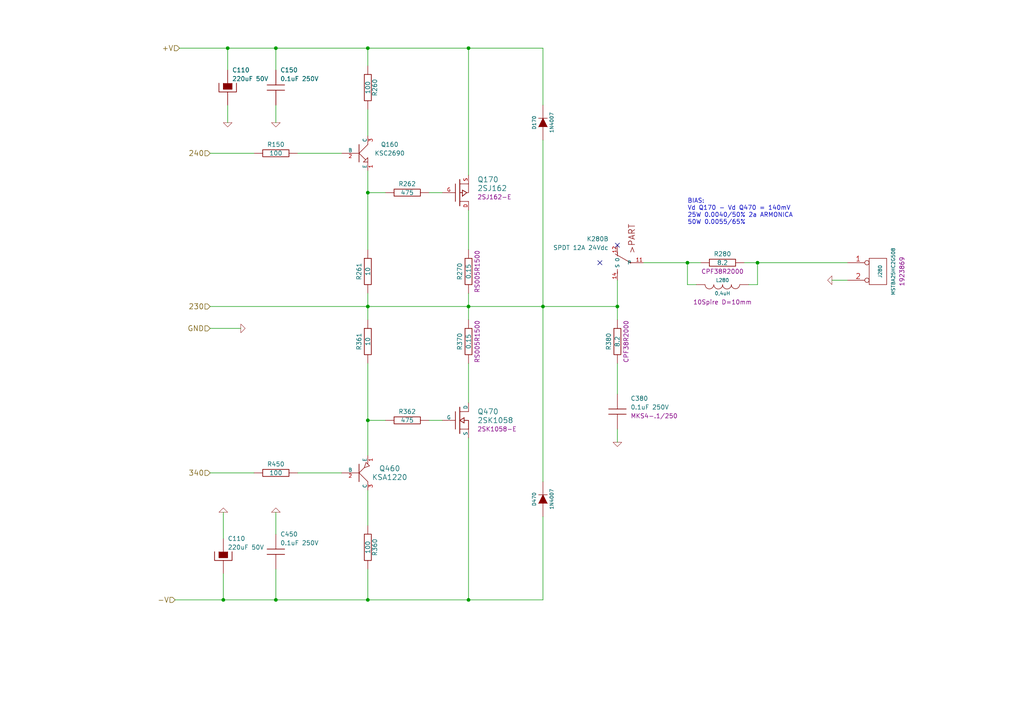
<source format=kicad_sch>
(kicad_sch (version 20230121) (generator eeschema)
  (paper "A4")
  (title_block (title "Amplificatore CMP_BMOS1004") (date "2025-10-18") (rev "251018") (company "AUDIO EMME di Martinelli Michele") (comment 1 "Stadio Ingresso + VAS"))
  (lib_symbols
    (symbol "AM_Connectors:CONN_2" (pin_names (offset 1.016) hide)
      (property "Reference" "P" (at -1.27 0 90))
      (property "Value" "CONN_2" (at 1.27 0 90))
      (symbol "CONN_2_0_1"
        (rectangle (start -2.54 3.81) (end 2.54 -3.81))
      )
      (symbol "CONN_2_1_1"
        (pin passive inverted (at -8.89 2.54 0) (length 6.35) (name "P1") (number "1"))
        (pin passive inverted (at -8.89 -2.54 0) (length 6.35) (name "PM") (number "2"))
      )
    )
    (symbol "AM_Device:C" (pin_numbers hide) (pin_names (offset 0.254))
      (property "Reference" "C" (at 1.27 2.54 0))
      (property "Value" "C" (at 1.27 -2.54 0))
      (symbol "C_0_1"
        (polyline (pts (xy -2.54 -0.762) (xy 2.54 -0.762)) (stroke (width 0.2032)))
        (polyline (pts (xy -2.54 0.762) (xy 2.54 0.762)) (stroke (width 0.2032)))
      )
      (symbol "C_1_1"
        (pin passive line (at 0 5.08 270) (length 4.318) (name "~") (number "1"))
        (pin passive line (at 0 -5.08 90) (length 4.318) (name "~") (number "2"))
      )
    )
    (symbol "AM_Device:CP" (pin_numbers hide) (pin_names (offset 0.254) hide)
      (property "Reference" "C" (at 1.27 2.54 0))
      (property "Value" "CP" (at 1.27 -2.54 0))
      (symbol "CP_0_1"
        (polyline (pts (xy -2.54 1.27) (xy -2.54 -1.27) (xy 2.54 -1.27) (xy 2.54 1.27)) (stroke (width 0.2032)))
        (polyline (pts (xy -1.27 1.27) (xy -1.27 -0.508) (xy 1.27 -0.508) (xy 1.27 1.27)) (fill (type outline)))
      )
      (symbol "CP_1_1"
        (pin passive line (at 0 5.08 270) (length 3.81) (name "~") (number "1"))
        (pin passive line (at 0 -5.08 90) (length 3.81) (name "~") (number "2"))
      )
    )
    (symbol "AM_Device:DIODE" (pin_numbers hide) (pin_names (offset 1.016) hide)
      (property "Reference" "D" (at 0 2.54 0))
      (property "Value" "DIODE" (at 0 -2.54 0))
      (symbol "DIODE_0_1"
        (polyline (pts (xy 1.27 1.27) (xy 1.27 -1.27)) (stroke (width 0.1524)))
        (polyline (pts (xy -1.27 1.27) (xy 1.27 0) (xy -1.27 -1.27)) (fill (type outline)))
      )
      (symbol "DIODE_1_1"
        (pin passive line (at -5.08 0 0) (length 3.81) (name "A") (number "1"))
        (pin passive line (at 5.08 0 180) (length 3.81) (name "K") (number "2"))
      )
    )
    (symbol "AM_Device:INDUCTOR" (pin_numbers hide) (pin_names (offset 1.016) hide)
      (property "Reference" "L" (at -1.27 0 90))
      (property "Value" "INDUCTOR" (at 2.54 0 90))
      (symbol "INDUCTOR_0_1"
        (arc (start 0.0254 -5.0546) (mid 1.2449 -3.8097) (end 0.0254 -2.54))
        (arc (start 0.0254 -2.5146) (mid 1.2703 -1.2444) (end 0.0254 0.0508))
        (arc (start 0.0254 0.0254) (mid 1.2703 1.2956) (end 0.0254 2.5908))
        (arc (start 0.0254 2.5654) (mid 1.1941 3.7595) (end 0.0254 4.9784))
      )
      (symbol "INDUCTOR_1_1"
        (pin passive line (at 0 7.62 270) (length 2.54) (name "1") (number "1"))
        (pin passive line (at 0 -7.62 90) (length 2.54) (name "2") (number "2"))
      )
    )
    (symbol "AM_Device:MOS_N" (pin_numbers hide) (pin_names (offset 0))
      (property "Reference" "Q" (at 0.254 4.318 0))
      (property "Value" "MOS_N" (at 0.254 -3.81 0))
      (symbol "MOS_N_0_1"
        (polyline (pts (xy -1.27 -2.54) (xy -1.27 2.54)) (stroke (width 0.2032)))
        (polyline (pts (xy 0 -3.81) (xy 0 3.81)) (stroke (width 0.254)))
        (polyline (pts (xy 2.54 -2.54) (xy 0 -2.54)))
        (polyline (pts (xy 2.54 2.54) (xy 0 2.54)))
        (polyline (pts (xy 2.54 -2.54) (xy 2.54 0) (xy 1.27 0)) (stroke (width 0.2032)))
        (polyline (pts (xy 1.27 0.762) (xy 1.27 -0.762) (xy 0 0) (xy 1.27 0.762) (xy 1.27 0.762)) (stroke (width 0.2032)))
      )
      (symbol "MOS_N_1_1"
        (pin passive line (at 2.54 5.08 270) (length 2.54) (name "D") (number "D"))
        (pin input line (at -5.08 0 0) (length 3.81) (name "G") (number "G"))
        (pin passive line (at 2.54 -5.08 90) (length 2.54) (name "S") (number "S"))
      )
    )
    (symbol "AM_Device:MOS_P" (pin_names (offset 1.016) hide)
      (property "Reference" "Q" (at 0 4.826 0))
      (property "Value" "MOS_P" (at 0 -4.572 0))
      (symbol "MOS_P_0_1"
        (polyline (pts (xy -1.27 -2.54) (xy -1.27 2.54)) (stroke (width 0.2032)))
        (polyline (pts (xy 0 -3.81) (xy 0 3.81)) (stroke (width 0.254)))
        (polyline (pts (xy 0.762 0) (xy 0 0)) (stroke (width 0.2032)))
        (polyline (pts (xy 2.54 -2.54) (xy 0 -2.54)))
        (polyline (pts (xy 2.54 2.54) (xy 0 2.54)))
        (polyline (pts (xy 2.032 0) (xy 2.54 0) (xy 2.54 -2.54)))
        (polyline (pts (xy 0.762 1.016) (xy 0.762 -0.762) (xy 2.032 0) (xy 0.762 1.016) (xy 0.762 1.016)) (stroke (width 0.2032)))
      )
      (symbol "MOS_P_1_1"
        (pin passive line (at 2.54 5.08 270) (length 2.54) (name "D") (number "D"))
        (pin input line (at -5.08 0 0) (length 3.81) (name "G") (number "G"))
        (pin passive line (at 2.54 -5.08 90) (length 2.54) (name "S") (number "S"))
      )
    )
    (symbol "AM_Device:NPN" (pin_names (offset 0))
      (property "Reference" "Q" (at 3.81 0 0))
      (property "Value" "NPN" (at -2.4892 3.81 0))
      (symbol "NPN_0_1"
        (polyline (pts (xy 0 0) (xy 1.905 -1.905)))
        (polyline (pts (xy 0 0) (xy 2.54 2.54)))
        (polyline (pts (xy 0 2.54) (xy 0 -2.54)) (stroke (width 0.2032)))
        (polyline (pts (xy 1.27 -2.54) (xy 2.54 -2.54) (xy 2.54 -1.27) (xy 1.27 -2.54) (xy 1.27 -2.54)))
      )
      (symbol "NPN_1_1"
        (pin passive line (at 2.54 -5.08 90) (length 2.54) (name "E") (number "1"))
        (pin input line (at -5.08 0 0) (length 5.08) (name "B") (number "2"))
        (pin passive line (at 2.54 5.08 270) (length 2.54) (name "C") (number "3"))
      )
    )
    (symbol "AM_Device:PNP" (pin_names (offset 0))
      (property "Reference" "Q" (at 3.81 0 0))
      (property "Value" "PNP" (at -2.4384 3.81 0))
      (symbol "PNP_0_1"
        (polyline (pts (xy 0 0) (xy 1.524 -1.524)))
        (polyline (pts (xy 0 0) (xy 2.54 2.54)))
        (polyline (pts (xy 0 2.54) (xy 0 -2.54)) (stroke (width 0.2032)))
        (polyline (pts (xy 1.524 -1.524) (xy 3.048 -2.032) (xy 2.032 -3.048) (xy 1.524 -1.524) (xy 1.524 -1.524)))
      )
      (symbol "PNP_1_1"
        (pin passive line (at 2.54 -5.08 90) (length 2.54) (name "E") (number "1"))
        (pin input line (at -5.08 0 0) (length 5.08) (name "B") (number "2"))
        (pin passive line (at 2.54 5.08 270) (length 2.54) (name "C") (number "3"))
      )
    )
    (symbol "AM_Device:R" (pin_numbers hide) (pin_names (offset 0))
      (property "Reference" "R" (at 2.032 0 90))
      (property "Value" "R" (at 0 0 90))
      (symbol "R_0_1"
        (rectangle (start -1.016 3.81) (end 1.016 -3.81) (stroke (width 0.2032)))
      )
      (symbol "R_1_1"
        (pin passive line (at 0 6.35 270) (length 2.54) (name "~") (number "1"))
        (pin passive line (at 0 -6.35 90) (length 2.54) (name "~") (number "2"))
      )
    )
    (symbol "AM_Power:GND" (power) (pin_names (offset 0))
      (symbol "GND_0_1"
        (polyline (pts (xy -1.27 0) (xy 0 -1.27) (xy 1.27 0) (xy -1.27 0)) (stroke (width 0.1016)))
      )
      (symbol "GND_1_1"
        (pin power_in line (at 0 0 90) (length 0) hide (name "GND") (number "1"))
      )
    )
    (symbol "AM_Relays:RT114024" (pin_names (offset 1.016))
      (property "Reference" "K" (at 0 0 0))
      (property "Value" "RT114024" (at 1.27 2.921 0))
      (symbol "RT114024_1_0"
        (polyline (pts (xy -3.81 -1.905) (xy -1.905 -1.905)))
        (polyline (pts (xy -3.81 1.905) (xy -3.81 -1.905)))
        (polyline (pts (xy -1.905 -1.905) (xy 0 -1.905)))
        (polyline (pts (xy -1.905 -1.905) (xy 1.905 1.905)))
        (polyline (pts (xy 0 -2.54) (xy 0 -1.905)))
        (polyline (pts (xy 0 -1.905) (xy 3.81 -1.905)))
        (polyline (pts (xy 0 1.905) (xy -3.81 1.905)))
        (polyline (pts (xy 0 2.54) (xy 0 1.905)))
        (polyline (pts (xy 1.905 1.905) (xy 0 1.905)))
        (polyline (pts (xy 3.81 -1.905) (xy 3.81 1.905)))
        (polyline (pts (xy 3.81 1.905) (xy 1.905 1.905)))
        (text ">PART" (at 5.715 5.969 0) (effects (font (size 1.778 1.778))))
      )
      (symbol "RT114024_1_1"
        (pin passive line (at 0 5.08 270) (length 2.54) (name "1") (number "A1"))
        (pin passive line (at 0 -5.08 90) (length 2.54) (name "2") (number "A2"))
      )
      (symbol "RT114024_2_0"
        (polyline (pts (xy -3.175 5.08) (xy -1.905 5.08)))
        (polyline (pts (xy 0 1.27) (xy 0 0)))
        (polyline (pts (xy 0 1.27) (xy 2.54 5.715)))
        (polyline (pts (xy 3.175 5.08) (xy 1.905 5.08)))
        (text ">PART" (at 6.985 0.889 0) (effects (font (size 1.778 1.778))))
      )
      (symbol "RT114024_2_1"
        (circle (center 0 1.27) (radius 0.127) (fill (type outline)))
        (pin passive line (at 0 -2.54 90) (length 2.54) (name "P") (number "11"))
        (pin passive line (at 5.08 5.08 180) (length 2.54) (name "O") (number "12"))
        (pin passive line (at -5.08 5.08 0) (length 2.54) (name "S") (number "14"))
      )
    )
  )
  (junction (at 135.89 173.99))
  (junction (at 106.68 88.9))
  (junction (at 157.48 88.9))
  (junction (at 219.71 76.2))
  (junction (at 64.77 173.99))
  (junction (at 80.01 13.97))
  (junction (at 106.68 55.88))
  (junction (at 106.68 13.97))
  (junction (at 106.68 173.99))
  (junction (at 106.68 121.92))
  (junction (at 66.04 13.97))
  (junction (at 199.39 76.2))
  (junction (at 135.89 13.97))
  (junction (at 135.89 88.9))
  (junction (at 179.07 88.9))
  (junction (at 80.01 173.99))
  (no_connect (at 173.99 76.2))
  (no_connect (at 179.07 71.12))
  (wire (pts (xy 199.39 76.2) (xy 186.69 76.2)))
  (wire (pts (xy 135.89 72.39) (xy 135.89 60.96)))
  (wire (pts (xy 157.48 88.9) (xy 135.89 88.9)))
  (wire (pts (xy 124.46 55.88) (xy 128.27 55.88)))
  (wire (pts (xy 135.89 13.97) (xy 135.89 50.8)))
  (wire (pts (xy 106.68 165.1) (xy 106.68 173.99)))
  (wire (pts (xy 106.68 121.92) (xy 106.68 132.08)))
  (wire (pts (xy 135.89 105.41) (xy 135.89 116.84)))
  (wire (pts (xy 245.745 81.28) (xy 241.3 81.28)))
  (wire (pts (xy 80.01 30.48) (xy 80.01 35.56)))
  (wire (pts (xy 80.01 173.99) (xy 106.68 173.99)))
  (wire (pts (xy 52.07 13.97) (xy 66.04 13.97)))
  (wire (pts (xy 106.68 173.99) (xy 135.89 173.99)))
  (wire (pts (xy 179.07 88.9) (xy 179.07 92.71)))
  (wire (pts (xy 66.04 20.32) (xy 66.04 13.97)))
  (wire (pts (xy 135.89 85.09) (xy 135.89 88.9)))
  (wire (pts (xy 80.01 148.59) (xy 80.01 154.94)))
  (wire (pts (xy 201.93 82.55) (xy 199.39 82.55)))
  (wire (pts (xy 106.68 92.71) (xy 106.68 88.9)))
  (wire (pts (xy 64.77 156.21) (xy 64.77 148.59)))
  (wire (pts (xy 135.89 173.99) (xy 135.89 127)))
  (wire (pts (xy 199.39 82.55) (xy 199.39 76.2)))
  (wire (pts (xy 106.68 55.88) (xy 106.68 72.39)))
  (wire (pts (xy 64.77 166.37) (xy 64.77 173.99)))
  (wire (pts (xy 219.71 76.2) (xy 219.71 82.55)))
  (wire (pts (xy 106.68 142.24) (xy 106.68 152.4)))
  (wire (pts (xy 50.8 173.99) (xy 64.77 173.99)))
  (wire (pts (xy 124.46 121.92) (xy 128.27 121.92)))
  (wire (pts (xy 179.07 124.46) (xy 179.07 128.27)))
  (wire (pts (xy 80.01 165.1) (xy 80.01 173.99)))
  (wire (pts (xy 157.48 88.9) (xy 179.07 88.9)))
  (wire (pts (xy 69.85 95.25) (xy 60.96 95.25)))
  (wire (pts (xy 86.36 44.45) (xy 99.06 44.45)))
  (wire (pts (xy 215.9 76.2) (xy 219.71 76.2)))
  (wire (pts (xy 179.07 105.41) (xy 179.07 114.3)))
  (wire (pts (xy 135.89 88.9) (xy 135.89 92.71)))
  (wire (pts (xy 60.96 44.45) (xy 73.66 44.45)))
  (wire (pts (xy 157.48 173.99) (xy 157.48 149.86)))
  (wire (pts (xy 135.89 173.99) (xy 157.48 173.99)))
  (wire (pts (xy 219.71 82.55) (xy 217.17 82.55)))
  (wire (pts (xy 179.07 81.28) (xy 179.07 88.9)))
  (wire (pts (xy 157.48 40.64) (xy 157.48 88.9)))
  (wire (pts (xy 106.68 13.97) (xy 135.89 13.97)))
  (wire (pts (xy 106.68 31.75) (xy 106.68 39.37)))
  (wire (pts (xy 135.89 88.9) (xy 106.68 88.9)))
  (wire (pts (xy 106.68 49.53) (xy 106.68 55.88)))
  (wire (pts (xy 66.04 30.48) (xy 66.04 35.56)))
  (wire (pts (xy 106.68 88.9) (xy 60.96 88.9)))
  (wire (pts (xy 203.2 76.2) (xy 199.39 76.2)))
  (wire (pts (xy 106.68 105.41) (xy 106.68 121.92)))
  (wire (pts (xy 135.89 13.97) (xy 157.48 13.97)))
  (wire (pts (xy 219.71 76.2) (xy 245.745 76.2)))
  (wire (pts (xy 64.77 173.99) (xy 80.01 173.99)))
  (wire (pts (xy 66.04 13.97) (xy 80.01 13.97)))
  (wire (pts (xy 106.68 13.97) (xy 106.68 19.05)))
  (wire (pts (xy 86.36 137.16) (xy 99.06 137.16)))
  (wire (pts (xy 106.68 55.88) (xy 111.76 55.88)))
  (wire (pts (xy 157.48 13.97) (xy 157.48 30.48)))
  (wire (pts (xy 60.96 137.16) (xy 73.66 137.16)))
  (wire (pts (xy 80.01 13.97) (xy 106.68 13.97)))
  (wire (pts (xy 157.48 88.9) (xy 157.48 139.7)))
  (wire (pts (xy 106.68 121.92) (xy 111.76 121.92)))
  (wire (pts (xy 80.01 13.97) (xy 80.01 20.32)))
  (wire (pts (xy 106.68 88.9) (xy 106.68 85.09)))
  (text "BIAS:\nVd Q170 - Vd Q470 = 140mV\n25W 0.0040/50% 2a ARMONICA\n50W 0.0055/65%\n\n" (at 199.39 67.31 0) (effects (font (size 1.27 1.27)) (justify left bottom)))
  (hierarchical_label "+V" (shape input) (at 52.07 13.97 180) (effects (font (size 1.524 1.524))))
  (hierarchical_label "340" (shape input) (at 60.96 137.16 180) (effects (font (size 1.524 1.524))))
  (hierarchical_label "240" (shape input) (at 60.96 44.45 180) (effects (font (size 1.524 1.524))))
  (hierarchical_label "-V" (shape input) (at 50.8 173.99 180) (effects (font (size 1.524 1.524))))
  (hierarchical_label "GND" (shape input) (at 60.96 95.25 180) (effects (font (size 1.524 1.524))))
  (hierarchical_label "230" (shape input) (at 60.96 88.9 180) (effects (font (size 1.524 1.524))))
  (symbol (lib_id "AM_Device:R") (at 80.01 44.45 270) (unit 1)
    (property "Reference" "R150" (at 80.01 41.91 90))
    (property "Value" "100" (at 80.01 44.45 90))
    (property "Footprint" "AM_Library:RES_CMF" (effects hide))
    (property "Codice" "CMF60100R00" (effects hide))
    (property "Costruttore" "Vishay" (effects hide))
  )
  (symbol (lib_id "AM_Device:R") (at 80.01 137.16 270) (unit 1)
    (property "Reference" "R450" (at 80.01 134.62 90))
    (property "Value" "100" (at 80.01 137.16 90))
    (property "Footprint" "AM_Library:RES_CMF" (effects hide))
    (property "Codice" "CMF60100R00" (effects hide))
    (property "Costruttore" "Vishay" (effects hide))
  )
  (symbol (lib_id "AM_Device:NPN") (at 104.14 44.45 0) (unit 1)
    (property "Reference" "Q160" (at 113.03 41.91 0))
    (property "Value" "KSC2690" (at 113.03 44.45 0))
    (property "Footprint" "AM_Library:BJT_TO126" (effects hide))
    (property "Codice" "KSC2690YSTU" (effects hide))
    (property "Costruttore" "Onsemi" (effects hide))
  )
  (symbol (lib_id "AM_Device:PNP") (at 104.14 137.16 0) (mirror x) (unit 1)
    (property "Reference" "Q460" (at 113.03 135.89 0) (effects (font (size 1.524 1.524))))
    (property "Value" "KSA1220" (at 113.03 138.43 0) (effects (font (size 1.524 1.524))))
    (property "Footprint" "AM_Library:BJT_TO126" (effects hide))
    (property "Codice" "KSA1220YSTU" (effects hide))
    (property "Costruttore" "Onsemi" (effects hide))
  )
  (symbol (lib_id "AM_Device:R") (at 106.68 78.74 0) (unit 1)
    (property "Reference" "R261" (at 104.14 78.74 90))
    (property "Value" "10" (at 106.68 78.74 90))
    (property "Footprint" "AM_Library:RES_CMF" (effects hide))
    (property "Costruttore" "Vishay" (effects hide))
    (property "Codice" "CMF6010R000" (effects hide))
  )
  (symbol (lib_id "AM_Device:R") (at 106.68 99.06 0) (unit 1)
    (property "Reference" "R361" (at 104.14 99.06 90))
    (property "Value" "10" (at 106.68 99.06 90))
    (property "Footprint" "AM_Library:RES_CMF" (effects hide))
    (property "Costruttore" "Vishay" (effects hide))
    (property "Codice" "CMF6010R000" (effects hide))
  )
  (symbol (lib_id "AM_Device:R") (at 135.89 78.74 0) (unit 1)
    (property "Reference" "R270" (at 133.35 78.74 90))
    (property "Value" "0.15" (at 135.89 78.74 90))
    (property "Footprint" "AM_Library:RES_CPF" (effects hide))
    (property "Costruttore" "Vishay" (effects hide))
    (property "Codice" "RS005R1500" (at 138.43 78.74 90))
  )
  (symbol (lib_id "AM_Device:R") (at 135.89 99.06 0) (unit 1)
    (property "Reference" "R370" (at 133.35 99.06 90))
    (property "Value" "0.15" (at 135.89 99.06 90))
    (property "Footprint" "AM_Library:RES_CPF" (effects hide))
    (property "Costruttore" "Vishay" (effects hide))
    (property "Codice" "RS005R1500" (at 138.43 99.06 90))
  )
  (symbol (lib_id "AM_Device:R") (at 179.07 99.06 0) (unit 1)
    (property "Reference" "R380" (at 176.53 99.06 90))
    (property "Value" "8.2" (at 179.07 99.06 90))
    (property "Footprint" "AM_Library:RES_CPF" (effects hide))
    (property "Costruttore" "Vishay" (effects hide))
    (property "Codice" "CPF38R2000" (at 181.61 99.06 90))
  )
  (symbol (lib_id "AM_Device:C") (at 179.07 119.38 0) (unit 1)
    (property "Reference" "C380" (at 182.88 115.57 0) (effects (justify left)))
    (property "Value" "0.1uF 250V" (at 182.88 118.11 0) (effects (justify left)))
    (property "Footprint" "AM_Capacitors:CAP_13x4LS10" (effects hide))
    (property "Costruttore" "Wima" (effects hide))
    (property "Codice" "MKS4-.1/250" (at 182.88 120.65 0) (effects (justify left)))
  )
  (symbol (lib_id "AM_Device:R") (at 209.55 76.2 270) (unit 1)
    (property "Reference" "R280" (at 209.55 73.66 90))
    (property "Value" "8.2" (at 209.55 76.2 90))
    (property "Footprint" "AM_Library:RES_CPF" (effects hide))
    (property "Costruttore" "Vishay" (effects hide))
    (property "Codice" "CPF38R2000" (at 209.55 78.74 90))
  )
  (symbol (lib_id "AM_Device:INDUCTOR") (at 209.55 82.55 270) (unit 1)
    (property "Reference" "L280" (at 209.55 81.28 90) (effects (font (size 1.016 1.016))))
    (property "Value" "0,4uH" (at 209.55 85.09 90) (effects (font (size 1.016 1.016))))
    (property "Footprint" "AM_Inductances:IND_100" (effects hide))
    (property "Codice" "10Spire D=10mm" (at 209.55 87.63 90))
  )
  (symbol (lib_id "AM_Power:GND") (at 179.07 128.27 0) (unit 1)
    (property "Reference" "#PWR010" (effects hide))
    (property "Value" "GND" (effects hide))
  )
  (symbol (lib_id "AM_Connectors:CONN_2") (at 254.635 78.74 0) (unit 1)
    (property "Reference" "J280" (at 255.27 78.74 90) (effects (font (size 1.016 1.016))))
    (property "Value" "MSTBA25HC2G508" (at 259.08 78.74 90) (effects (font (size 1.016 1.016))))
    (property "Footprint" "AM_Accessory:CON_2x508" (effects hide))
    (property "Codice" "1923869" (at 261.62 78.74 90))
    (property "Costruttore" "Phoenix Contact" (effects hide))
  )
  (symbol (lib_id "AM_Power:GND") (at 241.3 81.28 270) (unit 1)
    (property "Reference" "#PWR09" (effects hide))
    (property "Value" "GND" (effects hide))
  )
  (symbol (lib_id "AM_Device:C") (at 80.01 25.4 0) (unit 1)
    (property "Reference" "C150" (at 81.28 20.32 0) (effects (justify left)))
    (property "Value" "0.1uF 250V" (at 81.28 22.86 0) (effects (justify left)))
    (property "Footprint" "AM_Capacitors:CAP_13x4LS10" (effects hide))
    (property "Costruttore" "Wima" (effects hide))
    (property "Codice" "MKS4-.1/250" (effects hide))
  )
  (symbol (lib_id "AM_Power:GND") (at 80.01 35.56 0) (unit 1)
    (property "Reference" "#PWR08" (effects hide))
    (property "Value" "GND" (effects hide))
  )
  (symbol (lib_id "AM_Device:C") (at 80.01 160.02 0) (unit 1)
    (property "Reference" "C450" (at 81.28 154.94 0) (effects (justify left)))
    (property "Value" "0.1uF 250V" (at 81.28 157.48 0) (effects (justify left)))
    (property "Footprint" "AM_Capacitors:CAP_13x4LS10" (effects hide))
    (property "Costruttore" "Wima" (effects hide))
    (property "Codice" "MKS4-.1/250" (effects hide))
  )
  (symbol (lib_id "AM_Power:GND") (at 80.01 148.59 180) (unit 1)
    (property "Reference" "#PWR07" (effects hide))
    (property "Value" "GND" (effects hide))
  )
  (symbol (lib_id "AM_Device:DIODE") (at 157.48 35.56 90) (unit 1)
    (property "Reference" "D170" (at 154.94 35.56 0) (effects (font (size 1.016 1.016))))
    (property "Value" "1N4007" (at 160.02 35.56 0) (effects (font (size 1.016 1.016))))
    (property "Footprint" "AM_Semiconductors:REC_DO41" (effects hide))
    (property "Codice" "1N4007" (effects hide))
    (property "Costruttore" "Onsemi" (effects hide))
  )
  (symbol (lib_id "AM_Device:DIODE") (at 157.48 144.78 90) (unit 1)
    (property "Reference" "D470" (at 154.94 144.78 0) (effects (font (size 1.016 1.016))))
    (property "Value" "1N4007" (at 160.02 144.78 0) (effects (font (size 1.016 1.016))))
    (property "Footprint" "AM_Semiconductors:REC_DO41" (effects hide))
    (property "Codice" "1N4007" (effects hide))
    (property "Costruttore" "Onsemi" (effects hide))
  )
  (symbol (lib_id "AM_Power:GND") (at 69.85 95.25 90) (unit 1)
    (property "Reference" "#PWR06" (effects hide))
    (property "Value" "GND" (effects hide))
  )
  (symbol (lib_id "AM_Relays:RT114024") (at 184.15 76.2 90) (unit 2)
    (property "Reference" "K280" (at 176.53 68.58 90) (effects (justify left bottom)))
    (property "Value" "SPDT 12A 24Vdc" (at 176.53 71.12 90) (effects (justify left bottom)))
    (property "Footprint" "AM_Relays:relay-RT-C%2fO12A3.5" (effects hide))
    (property "Datasheet" "https://www.te.com/commerce/DocumentDelivery/DDEController?Action=srchrtrv&DocNm=RT1&DocType=Data+Sheet&DocLang=English&PartCntxt=1-1393239-6" (effects hide))
    (property "Codice" "RT114024F" (effects hide))
    (property "Costruttore" "TE Connectivity" (effects hide))
  )
  (symbol (lib_id "AM_Device:CP") (at 64.77 161.29 0) (unit 1)
    (property "Reference" "C110" (at 66.04 156.21 0) (effects (justify left)))
    (property "Value" "220uF 50V" (at 66.04 158.75 0) (effects (justify left)))
    (property "Footprint" "AM_Capacitors:CAP_D16x25LS75" (effects hide))
    (property "Costruttore" "Nichicon" (effects hide))
    (property "Codice" "UKZ1H221" (effects hide))
    (instances (project "CMP_BMOS1004" (path "" (reference "C110") (unit 1)) (path "" (reference "C451") (unit 1))))
  )
  (symbol (lib_id "AM_Power:GND") (at 64.77 148.59 180) (unit 1)
    (property "Reference" "#PWR016" (effects hide))
    (property "Value" "GND" (effects hide))
    (instances (project "CMP_BMOS1004" (path "" (reference "#PWR016") (unit 1)) (path "" (reference "#PWR024") (unit 1))))
  )
  (symbol (lib_id "AM_Device:R") (at 118.11 55.88 270) (unit 1)
    (property "Reference" "R262" (at 118.11 53.34 90))
    (property "Value" "475" (at 118.11 55.88 90))
    (property "Footprint" "AM_Library:RES_CMF" (effects hide))
    (property "Codice" "CMF60475R00" (effects hide))
    (property "Costruttore" "Vishay" (effects hide))
  )
  (symbol (lib_id "AM_Device:MOS_N") (at 133.35 121.92 0) (unit 1)
    (property "Reference" "Q470" (at 138.43 119.38 0) (effects (font (size 1.524 1.524)) (justify left)))
    (property "Value" "2SK1058" (at 138.43 121.92 0) (effects (font (size 1.524 1.524)) (justify left)))
    (property "Footprint" "AM_Semiconductors:MOS_TO3P" (effects hide))
    (property "Codice" "2SK1058-E" (at 138.43 124.46 0) (effects (justify left)))
    (property "Costruttore" "Renesas" (effects hide))
  )
  (symbol (lib_id "AM_Device:R") (at 106.68 158.75 0) (unit 1)
    (property "Reference" "R360" (at 108.712 158.75 90))
    (property "Value" "100" (at 106.68 158.75 90))
    (property "Footprint" "AM_Library:RES_CMF" (effects hide))
    (property "Codice" "CMF60100R00" (effects hide))
    (property "Costruttore" "Vishay" (effects hide))
  )
  (symbol (lib_id "AM_Device:CP") (at 66.04 25.4 0) (unit 1)
    (property "Reference" "C110" (at 67.31 20.32 0) (effects (justify left)))
    (property "Value" "220uF 50V" (at 67.31 22.86 0) (effects (justify left)))
    (property "Footprint" "AM_Capacitors:CAP_D16x25LS75" (effects hide))
    (property "Costruttore" "Nichicon" (effects hide))
    (property "Codice" "UKZ1H221" (effects hide))
    (instances (project "CMP_BMOS1004" (path "" (reference "C110") (unit 1)) (path "" (reference "C151") (unit 1))))
  )
  (symbol (lib_id "AM_Power:GND") (at 66.04 35.56 0) (unit 1)
    (property "Reference" "#PWR016" (effects hide))
    (property "Value" "GND" (effects hide))
    (instances (project "CMP_BMOS1004" (path "" (reference "#PWR016") (unit 1)) (path "" (reference "#PWR023") (unit 1))))
  )
  (symbol (lib_id "AM_Device:R") (at 106.68 25.4 0) (unit 1)
    (property "Reference" "R260" (at 108.712 25.4 90))
    (property "Value" "100" (at 106.68 25.4 90))
    (property "Footprint" "AM_Library:RES_CMF" (effects hide))
    (property "Codice" "CMF60100R00" (effects hide))
    (property "Costruttore" "Vishay" (effects hide))
  )
  (symbol (lib_id "AM_Device:MOS_P") (at 133.35 55.88 0) (mirror x) (unit 1)
    (property "Reference" "Q170" (at 138.43 52.07 0) (effects (font (size 1.524 1.524)) (justify left)))
    (property "Value" "2SJ162" (at 138.43 54.61 0) (effects (font (size 1.524 1.524)) (justify left)))
    (property "Footprint" "AM_Semiconductors:MOS_TO3P" (effects hide))
    (property "Codice" "2SJ162-E" (at 138.43 57.15 0) (effects (justify left)))
    (property "Costruttore" "Renesas" (effects hide))
  )
  (symbol (lib_id "AM_Device:R") (at 118.11 121.92 270) (unit 1)
    (property "Reference" "R362" (at 118.11 119.38 90))
    (property "Value" "475" (at 118.11 121.92 90))
    (property "Footprint" "AM_Library:RES_CMF" (effects hide))
    (property "Codice" "CMF60475R00" (effects hide))
    (property "Costruttore" "Vishay" (effects hide))
  )
)
</source>
